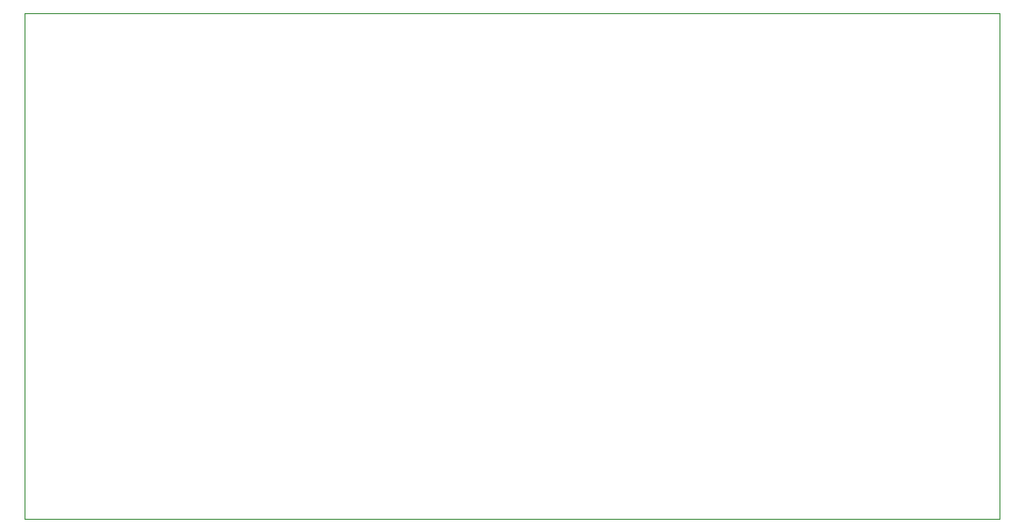
<source format=gbr>
%TF.GenerationSoftware,KiCad,Pcbnew,(5.1.6)-1*%
%TF.CreationDate,2021-07-17T16:45:05+03:00*%
%TF.ProjectId,gotek_ctrl,676f7465-6b5f-4637-9472-6c2e6b696361,rev?*%
%TF.SameCoordinates,Original*%
%TF.FileFunction,Profile,NP*%
%FSLAX46Y46*%
G04 Gerber Fmt 4.6, Leading zero omitted, Abs format (unit mm)*
G04 Created by KiCad (PCBNEW (5.1.6)-1) date 2021-07-17 16:45:05*
%MOMM*%
%LPD*%
G01*
G04 APERTURE LIST*
%TA.AperFunction,Profile*%
%ADD10C,0.050000*%
%TD*%
G04 APERTURE END LIST*
D10*
X113000000Y-51500000D02*
X200500000Y-51500000D01*
X113000000Y-97000000D02*
X113000000Y-51500000D01*
X200500000Y-97000000D02*
X113000000Y-97000000D01*
X200500000Y-51500000D02*
X200500000Y-97000000D01*
M02*

</source>
